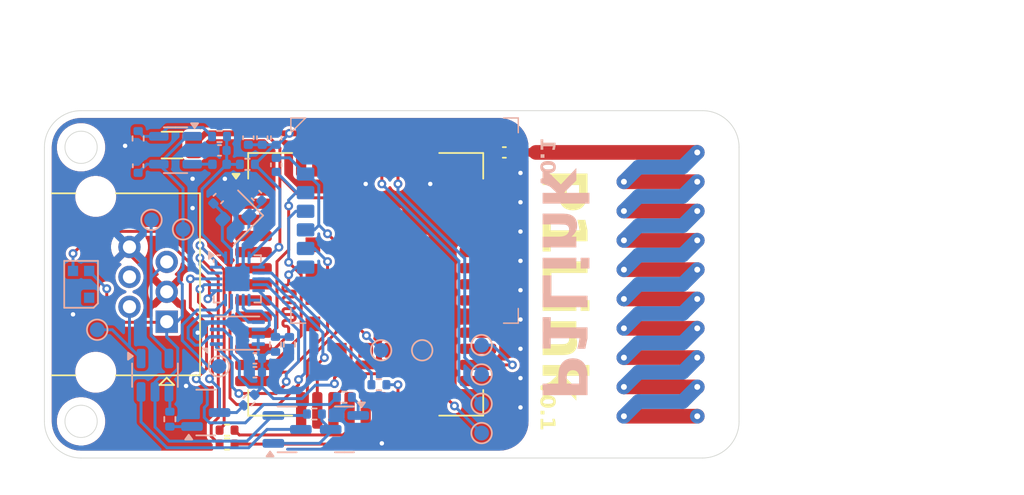
<source format=kicad_pcb>
(kicad_pcb (version 20241229) (generator "pcbnew") (generator_version "9.0")
  (title_block (title "P1Link") (date "2025-09-28") (rev "0.1") (comment 3 "github.com/samthedev32/P1Link") (comment 4 "Drawn By: SamTheDev"))
  (layers (0 "F.Cu" signal) (2 "B.Cu" signal) (13 "F.Paste" user) (15 "B.Paste" user) (5 "F.SilkS" user "F.Silkscreen") (7 "B.SilkS" user "B.Silkscreen") (1 "F.Mask" user) (3 "B.Mask" user) (25 "Edge.Cuts" user))
  (net 0 "")
  (net 1 "+3V3")
  (net 2 "GND")
  (net 3 "/SIM_VDD")
  (net 4 "/P1_REQ")
  (net 5 "/P1_DAT")
  (net 6 "/XI")
  (net 7 "Net-(U8-RXD)")
  (net 8 "+5V")
  (net 10 "/SIM_DATA")
  (net 11 "/SIM_CLK")
  (net 12 "/SIM_RST")
  (net 13 "/XO")
  (net 14 "Net-(U8-TXD)")
  (net 15 "Net-(U8-RI)")
  (net 16 "/SIM_RI")
  (net 17 "Net-(U8-RXD_DBG)")
  (net 18 "Net-(U8-TXD_DBG)")
  (net 19 "Net-(U8-VDD_EXT)")
  (net 20 "/P1_REQ_")
  (net 21 "/SIM_RX")
  (net 24 "/SIM_TX")
  (net 32 "/NOR_CS")
  (net 33 "/NOR_SCLK")
  (net 34 "/NOR_MISO")
  (net 35 "Net-(U6-PD1)")
  (net 36 "/NOR_MOSI")
  (net 46 "/SIM_GND")
  (net 62 "Net-(U1-FB)")
  (net 63 "Net-(J1-Pad5)")
  (net 64 "/P1_DAT_")
  (net 65 "/IsP")
  (net 66 "/LED")
  (net 68 "Net-(J1-Pad2)")
  (net 69 "Net-(Q1-B)")
  (net 70 "Net-(Q1-C)")
  (net 71 "Net-(U1-SW)")
  (net 72 "Net-(U8-NETLIGHT)")
  (net 73 "Net-(Q3-G)")
  (net 74 "/SIM_RESET")
  (net 75 "/SIM_BOOT")
  (net 76 "Net-(AE1-A)")
  (net 77 "Net-(U8-RF_ANT)")
  (net 78 "/Ts")
  (footprint "Resistor_SMD:R_0402_1005Metric" (layer "F.Cu") (at 46.95 56.3)
    (property "Reference" "R4" (hide yes))
    (property "Value" "1k" (hide yes))
  )
  (footprint "Capacitor_SMD:C_0402_1005Metric" (layer "F.Cu") (at 65.85 37.35)
    (property "Reference" "C7" (hide yes))
    (property "Value" "1p" (hide yes))
  )
  (footprint "Inductor_SMD:L_0402_1005Metric" (layer "F.Cu") (at 65.85 36.4)
    (property "Reference" "L2" (hide yes))
    (property "Value" "12n" (hide yes))
  )
  (footprint "RF_Antenna:Texas_SWRA416_868MHz_915MHz" (layer "F.Cu") (at 73.2 46.35 -90)
    (property "Reference" "AE1" (hide yes))
    (property "Value" "Antenna" (hide yes))
  )
  (footprint "Capacitor_SMD:C_1206_3216Metric" (layer "F.Cu") (at 43.2 36.85 180)
    (property "Reference" "C6" (hide yes))
    (property "Value" "100u" (hide yes))
  )
  (footprint "Resistor_SMD:R_0402_1005Metric" (layer "F.Cu") (at 46.95 57.25)
    (property "Reference" "R3" (hide yes))
    (property "Value" "1k" (hide yes))
  )
  (footprint "RF_GSM:Quectel_BC66" (layer "F.Cu") (at 56.4 46.35)
    (property "Reference" "U8" (hide yes))
    (property "Value" "BC66" (hide yes))
  )
  (footprint "Connector_RJ:RJ25_Wayconn_MJEA-660X1_Horizontal" (layer "F.Cu") (at 42.8375 48.9 -90)
    (property "Reference" "J1" (hide yes))
    (property "Value" "RJ12" (hide yes))
  )
  (footprint "Package_TO_SOT_SMD:SOT-23-5" (layer "B.Cu") (at 43.437 37.200499 180)
    (property "Reference" "U1" (hide yes))
    (property "Value" "ZD8028C" (hide yes))
  )
  (footprint "Resistor_SMD:R_0402_1005Metric" (layer "B.Cu") (at 52.904999 55.2 180)
    (property "Reference" "R7" (hide yes))
    (property "Value" "10k - 100k" (hide yes))
  )
  (footprint "Inductor_SMD:L_0402_1005Metric" (layer "B.Cu") (at 46.437001 38.163)
    (property "Reference" "L1" (hide yes))
    (property "Value" "4.7u" (hide yes))
  )
  (footprint "TestPoint:TestPoint_Pad_D1.0mm" (layer "B.Cu") (at 43.95 42.6 180)
    (property "Reference" "TP5" (hide yes))
    (property "Value" "5V" (hide yes))
  )
  (footprint "Package_SON:Winbond_USON-8-1EP_3x2mm_P0.5mm_EP0.2x1.6mm" (layer "B.Cu") (at 47.65 49.679318)
    (property "Reference" "U7" (hide yes))
    (property "Value" "ZD25WQ16C" (hide yes))
  )
  (footprint "LED_SMD:LED_WS2812B-2020_PLCC4_2.0x2.0mm" (layer "B.Cu") (at 37 46.35 90)
    (property "Reference" "D1" (hide yes))
    (property "Value" "WS2812B-2020" (hide yes))
  )
  (footprint "TestPoint:TestPoint_Pad_D1.0mm" (layer "B.Cu") (at 64.3 52.5 180)
    (property "Reference" "TP1" (hide yes))
    (property "Value" "RXD_DBG" (hide yes))
  )
  (footprint "Resistor_SMD:R_0402_1005Metric" (layer "B.Cu") (at 50.25 50.45 90)
    (property "Reference" "R11" (hide yes))
    (property "Value" "10k" (hide yes))
  )
  (footprint "Capacitor_SMD:C_0402_1005Metric" (layer "B.Cu") (at 50.3 38.2 90)
    (property "Reference" "C8" (hide yes))
    (property "Value" "100n" (hide yes))
  )
  (footprint "TestPoint:TestPoint_Pad_D1.0mm" (layer "B.Cu") (at 64.3 50.5 180)
    (property "Reference" "TP3" (hide yes))
    (property "Value" "VDD_EXT" (hide yes))
  )
  (footprint "Resistor_SMD:R_0402_1005Metric" (layer "B.Cu") (at 57.3 53.2)
    (property "Reference" "R5" (hide yes))
    (property "Value" "1k" (hide yes))
  )
  (footprint "TestPoint:TestPoint_Pad_D1.0mm" (layer "B.Cu") (at 41.8 41.95 180)
    (property "Reference" "TP7" (hide yes))
    (property "Value" "P1DAT" (hide yes))
  )
  (footprint "Crystal:Crystal_SMD_2016-4Pin_2.0x1.6mm" (layer "B.Cu") (at 47.556067 41.795435 -135)
    (property "Reference" "Y1" (hide yes))
    (property "Value" "24M" (hide yes))
  )
  (footprint "Capacitor_SMD:C_0402_1005Metric" (layer "B.Cu") (at 40.887001 38.263 90)
    (property "Reference" "C1" (hide yes))
    (property "Value" "10u" (hide yes))
  )
  (footprint "Capacitor_SMD:C_0402_1005Metric" (layer "B.Cu") (at 48.4 36.35 90)
    (property "Reference" "C5" (hide yes))
    (property "Value" "100p" (hide yes))
  )
  (footprint "Resistor_SMD:R_0402_1005Metric" (layer "B.Cu") (at 48.45 54.25 -135)
    (property "Reference" "R8" (hide yes))
    (property "Value" "4.7k - 10k" (hide yes))
  )
  (footprint "TestPoint:TestPoint_Pad_D1.0mm" (layer "B.Cu") (at 60.25 50.85 180)
    (property "Reference" "TP9" (hide yes))
    (property "Value" "GND" (hide yes))
  )
  (footprint "TestPoint:TestPoint_Pad_D1.0mm" (layer "B.Cu") (at 38.1 49.45 180)
    (property "Reference" "TP6" (hide yes))
    (property "Value" "P1REQ" (hide yes))
  )
  (footprint "Capacitor_SMD:C_0402_1005Metric" (layer "B.Cu") (at 48.85 51.4)
    (property "Reference" "C13" (hide yes))
    (property "Value" "0.1u" (hide yes))
  )
  (footprint "Capacitor_SMD:C_0402_1005Metric" (layer "B.Cu") (at 50.3 36.35 90)
    (property "Reference" "C3" (hide yes))
    (property "Value" "22p" (hide yes))
  )
  (footprint "Package_TO_SOT_SMD:SOT-23" (layer "B.Cu") (at 45.5 55.1)
    (property "Reference" "Q3" (hide yes))
    (property "Value" "Q_NMOS_GSD" (hide yes))
  )
  (footprint "Capacitor_SMD:C_0402_1005Metric" (layer "B.Cu") (at 46.356066 40.495434 45)
    (property "Reference" "C11" (hide yes))
    (property "Value" "8p" (hide yes))
  )
  (footprint "TestPoint:TestPoint_Pad_D1.0mm" (layer "B.Cu") (at 57.45 50.85 180)
    (property "Reference" "TP8" (hide yes))
    (property "Value" "3V3" (hide yes))
  )
  (footprint "Resistor_SMD:R_0402_1005Metric" (layer "B.Cu") (at 51.2 50.45 90)
    (property "Reference" "TH1" (hide yes))
    (property "Value" "10k" (hide yes))
  )
  (footprint "Resistor_SMD:R_0402_1005Metric" (layer "B.Cu") (at 46.437 36.262999)
    (property "Reference" "R1" (hide yes))
    (property "Value" "261k" (hide yes))
  )
  (footprint "misc:XUNPU_SMN-305" (layer "B.Cu") (at 59.05 42 -90)
    (property "Reference" "J2" (hide yes))
    (property "Value" "SIM_Card_Shielded" (hide yes))
  )
  (footprint "Package_TO_SOT_SMD:SOT-23" (layer "B.Cu") (at 51.042499 56.25)
    (property "Reference" "Q2" (hide yes))
    (property "Value" "Q_PMOS_GSD" (hide yes))
  )
  (footprint "Capacitor_SMD:C_0402_1005Metric" (layer "B.Cu") (at 48.85 52.349999)
    (property "Reference" "C14" (hide yes))
    (property "Value" "10u" (hide yes))
  )
  (footprint "Capacitor_SMD:C_0402_1005Metric" (layer "B.Cu") (at 48.956067 40.295435 135)
    (property "Reference" "C12" (hide yes))
    (property "Value" "8p" (hide yes))
  )
  (footprint "Capacitor_SMD:C_0402_1005Metric" (layer "B.Cu") (at 46.437 37.213 180)
    (property "Reference" "C2" (hide yes))
    (property "Value" "10u" (hide yes))
  )
  (footprint "TestPoint:TestPoint_Pad_D1.0mm" (layer "B.Cu") (at 46.4 51.95 180)
    (property "Reference" "TP4" (hide yes))
    (property "Value" "SWIO" (hide yes))
  )
  (footprint "Package_TO_SOT_SMD:SOT-23" (layer "B.Cu") (at 54.95 56.25 180)
    (property "Reference" "Q1" (hide yes))
    (property "Value" "Q_NPN_BEC" (hide yes))
  )
  (footprint "Package_TO_SOT_SMD:SOT-23-6" (layer "B.Cu") (at 42.0375 52.55 -90)
    (property "Reference" "U4" (hide yes))
    (property "Value" "USBLC6-2SC6" (hide yes))
  )
  (footprint "Capacitor_SMD:C_0402_1005Metric" (layer "B.Cu") (at 49.35 36.35 90)
    (property "Reference" "C4" (hide yes))
    (property "Value" "100p" (hide yes))
  )
  (footprint "TestPoint:TestPoint_Pad_D1.0mm" (layer "B.Cu") (at 64.3 54.5 180)
    (property "Reference" "TP2" (hide yes))
    (property "Value" "TXD_DBG" (hide yes))
  )
  (footprint "Resistor_SMD:R_0402_1005Metric" (layer "B.Cu") (at 43.05 55.55 90)
    (property "Reference" "R9" (hide yes))
    (property "Value" "100-1k" (hide yes))
  )
  (footprint "Resistor_SMD:R_0402_1005Metric" (layer "B.Cu") (at 54.95 54.05)
    (property "Reference" "R6" (hide yes))
    (property "Value" "1k - 10k" (hide yes))
  )
  (footprint "TestPoint:TestPoint_Pad_D1.0mm" (layer "B.Cu") (at 64.3 56.5 180)
    (property "Reference" "TP12" (hide yes))
    (property "Value" "NETLIGHT" (hide yes))
  )
  (footprint "Package_DFN_QFN:QFN-20-1EP_3x3mm_P0.4mm_EP1.65x1.65mm" (layer "B.Cu") (at 47.65 45.979318 -90)
    (property "Reference" "U6" (hide yes))
    (property "Value" "CH32V006F8U6" (hide yes))
  )
  (footprint "Resistor_SMD:R_0402_1005Metric" (layer "B.Cu") (at 40.887 36.400501 -90)
    (property "Reference" "R2" (hide yes))
    (property "Value" "59k" (hide yes))
  )
  (footprint "Resistor_SMD:R_0402_1005Metric" (layer "B.Cu") (at 48.337001 38.163)
    (property "Reference" "R10" (hide yes))
    (property "Value" "100m" (hide yes))
  )
  (gr_arc (start 37 58.2) (mid 35.232233 57.467767) (end 34.5 55.7) (stroke (width 0.05)) (layer "Edge.Cuts"))
  (gr_circle (center 37 37) (end 38.1 37) (stroke (width 0.05)) (fill no) (layer "Edge.Cuts"))
  (gr_line (start 79.35 58.2) (end 37 58.2) (stroke (width 0.05)) (layer "Edge.Cuts"))
  (gr_line (start 81.85 55.7) (end 81.85 37) (stroke (width 0.05)) (layer "Edge.Cuts"))
  (gr_circle (center 37 55.7) (end 38.1 55.7) (stroke (width 0.05)) (fill no) (layer "Edge.Cuts"))
  (gr_arc (start 81.85 55.7) (mid 81.117767 57.467767) (end 79.35 58.2) (stroke (width 0.05)) (layer "Edge.Cuts"))
  (gr_line (start 37 34.5) (end 79.35 34.5) (stroke (width 0.05)) (layer "Edge.Cuts"))
  (gr_arc (start 79.35 34.5) (mid 81.117767 35.232233) (end 81.85 37) (stroke (width 0.05)) (layer "Edge.Cuts"))
  (gr_arc (start 34.5 37) (mid 35.232233 35.232233) (end 37 34.5) (stroke (width 0.05)) (layer "Edge.Cuts"))
  (gr_line (start 34.5 37) (end 34.5 55.7) (stroke (width 0.05)) (layer "Edge.Cuts"))
  (gr_text "v0.1" (at 68.15 52.95 270) (layer "F.SilkS") (effects (font (size 1 1) (thickness 0.25) (bold yes)) (justify left bottom)))
  (gr_text "P1Link" (at 67.95 46.35 270) (layer "F.SilkS") (effects (font (size 3 3) (thickness 0.3) (bold yes)) (justify bottom)))
  (gr_text "v0.1" (at 68.15 39.75 270) (layer "B.SilkS") (effects (font (size 1 1) (thickness 0.25) (bold yes)) (justify left bottom mirror)))
  (gr_text "P1Link" (at 67.95 46.35 270) (layer "B.SilkS") (effects (font (size 3 3) (thickness 0.3) (bold yes)) (justify bottom mirror)))
  (segment (start 53.1 37.75) (end 53.1 36.5) (width 0.4) (layer "F.Cu") (net 1))
  (segment (start 50.55 39) (end 51.999 40.449) (width 0.2) (layer "F.Cu") (net 1))
  (segment (start 52.65 36.05) (end 51.195345 36.049999) (width 0.4) (layer "F.Cu") (net 1))
  (segment (start 55.4 48.8) (end 55.4 48.35) (width 0.2) (layer "F.Cu") (net 1))
  (segment (start 51.999 40.449) (end 54.801 40.449) (width 0.2) (layer "F.Cu") (net 1))
  (segment (start 55.4 51.6) (end 54.271114 52.728886) (width 0.2) (layer "F.Cu") (net 1))
  (segment (start 53.1 37.75) (end 54.2 37.75) (width 0.4) (layer "F.Cu") (net 1))
  (segment (start 50.55 43.751473) (end 50.55 39) (width 0.2) (layer "F.Cu") (net 1))
  (segment (start 45.475001 36.05) (end 49.55 36.05) (width 0.4) (layer "F.Cu") (net 1))
  (segment (start 56.45 49.85) (end 55.4 48.8) (width 0.2) (layer "F.Cu") (net 1))
  (segment (start 50.55 37.05) (end 49.55 36.05) (width 0.2) (layer "F.Cu") (net 1))
  (segment (start 54.801 40.449) (end 55.4 41.048) (width 0.2) (layer "F.Cu") (net 1))
  (segment (start 53.1 36.5) (end 52.65 36.05) (width 0.4) (layer "F.Cu") (net 1))
  (segment (start 50.55 39) (end 50.55 37.05) (width 0.2) (layer "F.Cu") (net 1))
  (segment (start 51.195345 36.049999) (end 49.35 36.05) (width 0.4) (layer "F.Cu") (net 1))
  (segment (start 55.4 48.35) (end 55.4 51.6) (width 0.2) (layer "F.Cu") (net 1))
  (segment (start 44.675001 36.85) (end 45.475001 36.05) (width 0.4) (layer "F.Cu") (net 1))
  (segment (start 55.4 41.048) (end 55.4 48.35) (width 0.2) (layer "F.Cu") (net 1))
  (segment (start 49.55 36.05) (end 49.35 36.05) (width 0.2) (layer "F.Cu") (net 1))
  (segment (start 50.48224 43.819233) (end 50.55 43.751473) (width 0.2) (layer "F.Cu") (net 1))
  (segment (start 54.271114 52.728886) (end 54.271114 53.131633) (width 0.2) (layer "F.Cu") (net 1))
  (via (at 50.48224 43.819233) (size 0.6) (drill 0.3) (layers "F.Cu" "B.Cu") (net 1))
  (via (at 54.271114 53.131633) (size 0.6) (drill 0.3) (layers "F.Cu" "B.Cu") (net 1))
  (via (at 51.195345 36.049999) (size 0.6) (drill 0.3) (layers "F.Cu" "B.Cu") (net 1))
  (via (at 56.45 49.85) (size 0.6) (drill 0.3) (layers "F.Cu" "B.Cu") (net 1))
  (segment (start 49.33 53.37) (end 48.810624 53.889376) (width 0.2) (layer "B.Cu") (net 1))
  (segment (start 52.05 54.15) (end 52.972234 53.227766) (width 0.2) (layer "B.Cu") (net 1))
  (segment (start 47.249 49.98752) (end 47.249 51.097585) (width 0.2) (layer "B.Cu") (net 1))
  (segment (start 47.789 52.706549) (end 48.452451 53.37) (width 0.2) (layer "B.Cu") (net 1))
  (segment (start 57.45 50.85) (end 56.45 49.85) (width 0.2) (layer "B.Cu") (net 1))
  (segment (start 49.122155 45.179318) (end 50.48224 43.819233) (width 0.2) (layer "B.Cu") (net 1))
  (segment (start 49.770001 50.959999) (end 49.33 51.4) (width 0.2) (layer "B.Cu") (net 1))
  (segment (start 52.972234 53.227766) (end 54.174981 53.227766) (width 0.2) (layer "B.Cu") (net 1))
  (segment (start 46.690798 49.429318) (end 47.249 49.98752) (width 0.2) (layer "B.Cu") (net 1))
  (segment (start 50.11 54.15) (end 52.05 54.15) (width 0.2) (layer "B.Cu") (net 1))
  (segment (start 49.075 51.145) (end 49.33 51.4) (width 0.2) (layer "B.Cu") (net 1))
  (segment (start 48.4 36.83) (end 50.3 36.83) (width 0.2) (layer "B.Cu") (net 1))
  (segment (start 49.33 52.349999) (end 49.33 53.37) (width 0.2) (layer "B.Cu") (net 1))
  (segment (start 50.549 39.865) (end 48.847 38.163) (width 0.2) (layer "B.Cu") (net 1))
  (segment (start 49.075 50.429318) (end 49.075 51.145) (width 0.2) (layer "B.Cu") (net 1))
  (segment (start 54.174981 53.227766) (end 54.271114 53.131633) (width 0.2) (layer "B.Cu") (net 1))
  (segment (start 50.549 42.432318) (end 50.549 39.865) (width 0.2) (layer "B.Cu") (net 1))
  (segment (start 50.415344 36.83) (end 51.195345 36.049999) (width 0.2) (layer "B.Cu") (net 1))
  (segment (start 50.25 50.959999) (end 49.770001 50.959999) (width 0.2) (layer "B.Cu") (net 1))
  (segment (start 48.847 38.163) (end 50.18 36.83) (width 0.2) (layer "B.Cu") (net 1))
  (segment (start 48.452451 53.37) (end 49.33 53.37) (width 0.2) (layer "B.Cu") (net 1))
  (segment (start 49.075 49.929318) (end 49.075 50.429318) (width 0.2) (layer "B.Cu") (net 1))
  (segment (start 49.33 51.4) (end 49.33 52.349999) (width 0.2) (layer "B.Cu") (net 1))
  (segment (start 47.789 51.637585) (end 47.789 52.706549) (width 0.2) (layer "B.Cu") (net 1))
  (segment (start 46.225 49.429318) (end 46.690798 49.429318) (width 0.2) (layer "B.Cu") (net 1))
  (segment (start 47.249 51.097585) (end 47.789 51.637585) (width 0.2) (layer "B.Cu") (net 1))
  (segment (start 48.452 44.529318) (end 50.549 42.432318) (width 0.2) (layer "B.Cu") (net 1))
  (segment (start 49.33 53.37) (end 50.11 54.15) (width 0.2) (layer "B.Cu") (net 1))
  (segment (start 42.8375 46.86) (end 40.2975 44.32) (width 0.2) (layer "F.Cu") (net 2))
  (via (at 60.8 39.5) (size 0.6) (drill 0.3) (layers "F.Cu" "B.Cu") (net 2))
  (via (at 40 36.9) (size 0.6) (drill 0.3) (layers "F.Cu" "B.Cu") (net 2))
  (via (at 46.8 39.15) (size 0.6) (drill 0.3) (layers "F.Cu" "B.Cu") (net 2))
  (via (at 44.9485 49.650708) (size 0.6) (drill 0.3) (layers "F.Cu" "B.Cu") (net 2))
  (via (at 66.95 46.75) (size 0.6) (drill 0.3) (layers "F.Cu" "B.Cu") (net 2))
  (via (at 66.95 52.75) (size 0.6) (drill 0.3) (layers "F.Cu" "B.Cu") (net 2))
  (via (at 36.45 48.4) (size 0.6) (drill 0.3) (layers "F.Cu" "B.Cu") (net 2))
  (via (at 66.95 38.75) (size 0.6) (drill 0.3) (layers "F.Cu" "B.Cu") (net 2))
  (via (at 56.4 39.5) (size 0.6) (drill 0.3) (layers "F.Cu" "B.Cu") (net 2))
  (via (at 57.5 57.2) (size 0.6) (drill 0.3) (layers "F.Cu" "B.Cu") (net 2))
  (via (at 66.95 48.75) (size 0.6) (drill 0.3) (layers "F.Cu" "B.Cu") (net 2))
  (via (at 66.95 44.75) (size 0.6) (drill 0.3) (layers "F.Cu" "B.Cu") (net 2))
  (via (at 44.6 39.15) (size 0.6) (drill 0.3) (layers "F.Cu" "B.Cu") (net 2))
  (via (at 66.95 54.75) (size 0.6) (drill 0.3) (layers "F.Cu" "B.Cu") (net 2))
  (via (at 44.156468 53.283739) (size 0.6) (drill 0.3) (layers "F.Cu" "B.Cu") (net 2))
  (via (at 66.95 42.75) (size 0.6) (drill 0.3) (layers "F.Cu" "B.Cu") (net 2))
  (via (at 66.95 40.75) (size 0.6) (drill 0.3) (layers "F.Cu" "B.Cu") (net 2))
  (via (at 44.6 41.15) (size 0.6) (drill 0.3) (layers "F.Cu" "B.Cu") (net 2))
  (via (at 66.95 50.75) (size 0.6) (drill 0.3) (layers "F.Cu" "B.Cu") (net 2))
  (segment (start 48.05 44.529318) (end 48.05 43.636369) (width 0.2) (layer "B.Cu") (net 2))
  (segment (start 47.65 50.68) (end 47.65 49.679318) (width 0.2) (layer "B.Cu") (net 2))
  (segment (start 50.05 52.109999) (end 50.05 53.112111) (width 0.2) (layer "B.Cu") (net 2))
  (segment (start 49.506024 39.956024) (end 48.616656 39.956024) (width 0.2) (layer "B.Cu") (net 2))
  (segment (start 48.37 51.4) (end 48.37 52.349999) (width 0.2) (layer "B.Cu") (net 2))
  (segment (start 50.552863 53.614974) (end 51.985026 53.614974) (width 0.2) (layer "B.Cu") (net 2))
  (segment (start 44.5625 54.15) (end 44.156468 53.743968) (width 0.2) (layer "B.Cu") (net 2))
  (segment (start 46.225 48.929318) (end 45.66989 48.929318) (width 0.2) (layer "B.Cu") (net 2))
  (segment (start 51.985026 53.614974) (end 53.118367 52.481633) (width 0.2) (layer "B.Cu") (net 2))
  (segment (start 46.695477 40.156023) (end 46.695477 39.254523) (width 0.2) (layer "B.Cu") (net 2))
  (segment (start 47.4953 42.634019) (end 47.4953 41.078385) (width 0.2) (layer "B.Cu") (net 2))
  (segment (start 46.9 48.929318) (end 47.65 49.679318) (width 0.2) (layer "B.Cu") (net 2))
  (segment (start 54.831972 52.481633) (end 57.5 55.149661) (width 0.2) (layer "B.Cu") (net 2))
  (segment (start 50.149 40.599) (end 49.506024 39.956024) (width 0.2) (layer "B.Cu") (net 2))
  (segment (start 48.05 43.636369) (end 50.149 41.537369) (width 0.2) (layer "B.Cu") (net 2))
  (segment (start 44.156468 53.743968) (end 44.156468 53.283739) (width 0.2) (layer "B.Cu") (net 2))
  (segment (start 55.8875 57.2) (end 57.5 57.2) (width 0.2) (layer "B.Cu") (net 2))
  (segment (start 50.149 41.537369) (end 50.149 40.599) (width 0.2) (layer "B.Cu") (net 2))
  (segment (start 46.225 48.929318) (end 46.9 48.929318) (width 0.2) (layer "B.Cu") (net 2))
  (segment (start 48.37 51.4) (end 47.65 50.68) (width 0.2) (layer "B.Cu") (net 2))
  (segment (start 57.5 55.149661) (end 57.5 57.2) (width 0.2) (layer "B.Cu") (net 2))
  (segment (start 45.66989 48.929318) (end 44.9485 49.650708) (width 0.2) (layer "B.Cu") (net 2))
  (segment (start 46.695477 39.254523) (end 46.8 39.15) (width 0.2) (layer "B.Cu") (net 2))
  (segment (start 45.957 37.213) (end 44.587001 37.213) (width 0.2) (layer "B.Cu") (net 2))
  (segment (start 47.662133 40.910547) (end 48.616656 39.956024) (width 0.2) (layer "B.Cu") (net 2))
  (segment (start 53.118367 52.481633) (end 54.831972 52.481633) (width 0.2) (layer "B.Cu") (net 2))
  (segment (start 50.05 53.112111) (end 50.552863 53.614974) (width 0.2) (layer "B.Cu") (net 2))
  (segment (start 51.2 50.959999) (end 50.05 52.109999) (width 0.2) (layer "B.Cu") (net 2))
  (segment (start 47.451006 40.911552) (end 46.695477 40.156023) (width 0.2) (layer "B.Cu") (net 2))
  (segment (start 54.4 43.5) (end 54.4 49.617685) (width 0.2) (layer "F.Cu") (net 3))
  (segment (start 53.8 42.9) (end 54.4 43.5) (width 0.2) (layer "F.Cu") (net 3))
  (segment (start 54.4 49.617685) (end 52.424937 51.592748) (width 0.2) (layer "F.Cu") (net 3))
  (segment (start 52.424937 54.525063) (end 52 54.95) (width 0.2) (layer "F.Cu") (net 3))
  (segment (start 52.424937 51.592748) (end 52.424937 54.525063) (width 0.2) (layer "F.Cu") (net 3))
  (via (at 53.8 42.9) (size 0.6) (drill 0.3) (layers "F.Cu" "B.Cu") (net 3))
  (segment (start 50.3 37.72) (end 51.195 37.72) (width 0.2) (layer "B.Cu") (net 3))
  (segment (start 52.899999 42.635) (end 53.201 42.333999) (width 0.2) (layer "B.Cu") (net 3))
  (segment (start 53.201 42.333999) (end 53.233999 42.333999) (width 0.2) (layer "B.Cu") (net 3))
  (segment (start 53.201 39.59566) (end 52.43034 38.825) (width 0.2) (layer "B.Cu") (net 3))
  (segment (start 53.233999 42.333999) (end 53.8 42.9) (width 0.2) (layer "B.Cu") (net 3))
  (segment (start 53.201 42.333999) (end 53.201 39.59566) (width 0.2) (layer "B.Cu") (net 3))
  (segment (start 51.195 37.72) (end 52.3 38.825) (width 0.2) (layer "B.Cu") (net 3))
  (segment (start 52.3 42.635) (end 52.899999 42.635) (width 0.2) (layer "B.Cu") (net 3))
  (segment (start 45.5495 52.1005) (end 44.85 52.8) (width 0.2) (layer "F.Cu") (net 4))
  (segment (start 45.5495 49.0495) (end 45.5495 52.1005) (width 0.2) (layer "F.Cu") (net 4))
  (segment (start 44.446723 47.946723) (end 45.5495 49.0495) (width 0.2) (layer "F.Cu") (net 4))
  (segment (start 44.446723 45.979318) (end 44.446723 47.946723) (width 0.2) (layer "F.Cu") (net 4))
  (via (at 44.85 52.8) (size 0.6) (drill 0.3) (layers "F.Cu" "B.Cu") (net 4))
  (via (at 44.446723 45.979318) (size 0.6) (drill 0.3) (layers "F.Cu" "B.Cu") (net 4))
  (segment (start 45.6 53.5) (end 44.9 52.8) (width 0.2) (layer "B.Cu") (net 4))
  (segment (start 45.399001 55.440968) (end 45.758033 55.8) (width 0.2) (layer "B.Cu") (net 4))
  (segment (start 48.2 55.8) (end 49.45 54.55) (width 0.2) (layer "B.Cu") (net 4))
  (segment (start 44.9 52.8) (end 44.85 52.8) (width 0.2) (layer "B.Cu") (net 4))
  (segment (start 46.2 45.979318) (end 44.446723 45.979318) (width 0.2) (layer "B.Cu") (net 4))
  (segment (start 45.399001 54.759032) (end 45.399001 55.440968) (width 0.2) (layer "B.Cu") (net 4))
  (segment (start 45.758033 55.8) (end 48.2 55.8) (width 0.2) (layer "B.Cu") (net 4))
  (segment (start 53.940001 54.55) (end 54.440001 54.05) (width 0.2) (layer "B.Cu") (net 4))
  (segment (start 45.6 54.558033) (end 45.6 53.5) (width 0.2) (layer "B.Cu") (net 4))
  (segment (start 49.45 54.55) (end 53.940001 54.55) (width 0.2) (layer "B.Cu") (net 4))
  (segment (start 45.6 54.558033) (end 45.399001 54.759032) (width 0.2) (layer "B.Cu") (net 4))
  (segment (start 45.096723 46.676362) (end 45 46.773085) (width 0.2) (layer "F.Cu") (net 5))
  (segment (start 45.95 52.6) (end 45.75 52.8) (width 0.2) (layer "F.Cu") (net 5))
  (segment (start 45 47.55) (end 45.95 48.5) (width 0.2) (layer "F.Cu") (net 5))
  (segment (start 45 46.773085) (end 45 47.55) (width 0.2) (layer "F.Cu") (net 5))
  (segment (start 45.95 48.5) (end 45.95 52.6) (width 0.2) (layer "F.Cu") (net 5))
  (via (at 45.096723 46.676362) (size 0.6) (drill 0.3) (layers "F.Cu" "B.Cu") (net 5))
  (via (at 45.75 52.8) (size 0.6) (drill 0.3) (layers "F.Cu" "B.Cu") (net 5))
  (segment (start 45.393767 46.379318) (end 45.096723 46.676362) (width 0.2) (layer "B.Cu") (net 5))
  (segment (start 46.437501 53.487501) (end 45.75 52.8) (width 0.2) (layer "B.Cu") (net 5))
  (segment (start 47.6 55.1) (end 48.089376 54.610624) (width 0.2) (layer "B.Cu") (net 5))
  (segment (start 46.437501 55.1) (end 46.437501 53.487501) (width 0.2) (layer "B.Cu") (net 5))
  (segment (start 46.4375 55.1) (end 47.6 55.1) (width 0.2) (layer "B.Cu") (net 5))
  (segment (start 46.2 46.379318) (end 45.393767 46.379318) (width 0.2) (layer "B.Cu") (net 5))
  (segment (start 47.25 43.979318) (end 46.626885 43.356203) (width 0.2) (layer "B.Cu") (net 6))
  (segment (start 46.672183 41.901501) (end 46.672183 41.490374) (width 0.2) (layer "B.Cu") (net 6))
  (segment (start 46.626885 43.356203) (end 46.626885 41.9468) (width 0.2) (layer "B.Cu") (net 6))
  (segment (start 46.672183 41.490374) (end 46.016655 40.834846) (width 0.2) (layer "B.Cu") (net 6))
  (segment (start 46.636885 41.527482) (end 46.682184 41.482183) (width 0.2) (layer "B.Cu") (net 6))
  (segment (start 47.25 44.529318) (end 47.25 43.979318) (width 0.2) (layer "B.Cu") (net 6))
  (segment (start 56.4 56.2) (end 56.4 54.95) (width 0.2) (layer "F.Cu") (net 7))
  (segment (start 47.459999 57.25) (end 55.35 57.25) (width 0.2) (layer "F.Cu") (net 7))
  (segment (start 55.35 57.25) (end 56.4 56.2) (width 0.2) (layer "F.Cu") (net 7))
  (segment (start 38.75 47.832981) (end 38.75 46.65) (width 0.2) (layer "F.Cu") (net 8))
  (segment (start 39.858019 48.941) (end 38.75 47.832981) (width 0.2) (layer "F.Cu") (net 8))
  (segment (start 42.7965 48.941) (end 39.858019 48.941) (width 0.2) (layer "F.Cu") (net 8))
  (via (at 38.75 46.65) (size 0.6) (drill 0.3) (layers "F.Cu" "B.Cu") (net 8))
  (segment (start 43.549391 48.9) (end 43.8985 48.550891) (width 0.2) (layer "B.Cu") (net 8))
  (segment (start 42.8375 48.9) (end 42.8375 49.958032) (width 0.2) (layer "B.Cu") (net 8))
  (segment (start 48.309846 57.05) (end 50.059846 55.3) (width 0.2) (layer "B.Cu") (net 8))
  (segment (start 42.0375 53.025001) (end 42.0375 53.6875) (width 0.2) (layer "B.Cu") (net 8))
  (segment (start 42.8375 49.958032) (end 43.5885 50.709032) (width 0.2) (layer "B.Cu") (net 8))
  (segment (start 43.5885 50.709032) (end 43.5885 52.115968) (width 0.2) (layer "B.Cu") (net 8))
  (segment (start 42.0375 53.6875) (end 42.0375 56.0875) (width 0.2) (layer "B.Cu") (net 8))
  (segment (start 43.5885 52.115968) (end 42.980468 52.724) (width 0.2) (layer "B.Cu") (net 8))
  (segment (start 42.338501 52.724) (end 42.0375 53.025001) (width 0.2) (layer "B.Cu") (net 8))
  (segment (start 43.656076 45.569432) (end 43.95 45.275508) (width 0.2) (layer "B.Cu") (net 8))
  (segment (start 43.95 39.800998) (end 42.2995 38.150498) (width 0.2) (layer "B.Cu") (net 8))
  (segment (start 43.8985 48.550891) (end 43.8985 46.350334) (width 0.2) (layer "B.Cu") (net 8))
  (segment (start 43.656076 46.10791) (end 43.656076 45.569432) (width 0.2) (layer "B.Cu") (net 8))
  (segment (start 41.4795 38.1505) (end 40.887 38.743) (width 0.2) (layer "B.Cu") (net 8))
  (segment (start 42.980468 52.724) (end 42.338501 52.724) (width 0.2) (layer "B.Cu") (net 8))
  (segment (start 37.55 45.45) (end 38.75 46.65) (width 0.2) (layer "B.Cu") (net 8))
  (segment (start 42.8375 48.9) (end 43.549391 48.9) (width 0.2) (layer "B.Cu") (net 8))
  (segment (start 43.95 45.275508) (end 43.95 42.6) (width 0.2) (layer "B.Cu") (net 8))
  (segment (start 43.8985 46.350334) (end 43.656076 46.10791) (width 0.2) (layer "B.Cu") (net 8))
  (segment (start 43 57.05) (end 48.309846 57.05) (width 0.2) (layer "B.Cu") (net 8))
  (segment (start 42.299501 38.150498) (end 41.4795 38.1505) (width 0.2) (layer "B.Cu") (net 8))
  (segment (start 43.95 42.6) (end 43.95 39.800998) (width 0.2) (layer "B.Cu") (net 8))
  (segment (start 42.0375 56.0875) (end 43 57.05) (width 0.2) (layer "B.Cu") (net 8))
  (segment (start 50.104999 55.3) (end 52.295 55.3) (width 0.2) (layer "B.Cu") (net 8))
  (segment (start 44.199498 36.250502) (end 42.299501 38.150498) (width 0.2) (layer "B.Cu") (net 8))
  (segment (start 50.99 46.41) (end 50.917155 46.41) (width 0.2) (layer "F.Cu") (net 10))
  (segment (start 50.757155 48.17) (end 50.757155 48.25) (width 0.2) (layer "F.Cu") (net 10))
  (segment (start 50.757155 46.57) (end 50.757155 46.65) (width 0.2) (layer "F.Cu") (net 10))
  (segment (start 51.59285 48.57) (end 51.59285 48.65) (width 0.2) (layer "F.Cu") (net 10))
  (segment (start 50.917155 48.01) (end 51.432842 48.01) (width 0.2) (layer "F.Cu") (net 10))
  (segment (start 51.15 49.8) (end 50.2 50.75) (width 0.2) (layer "F.Cu") (net 10))
  (segment (start 50.917155 47.21) (end 51.432842 47.21) (width 0.2) (layer "F.Cu") (net 10))
  (segment (start 50.917155 46.81) (end 51.432842 46.81) (width 0.2) (layer "F.Cu") (net 10))
  (segment (start 50.2 50.75) (end 48.75 50.75) (width 0.2) (layer "F.Cu") (net 10))
  (segment (start 50.917155 48.41) (end 51.43285 48.41) (width 0.2) (layer "F.Cu") (net 10))
  (segment (start 50.757149 48.97) (end 50.757149 49.05) (width 0.2) (layer "F.Cu") (net 10))
  (segment (start 50.917149 49.21) (end 50.99 49.21) (width 0.2) (layer "F.Cu") (net 10))
  (segment (start 51.15 49.37) (end 51.15 49.8) (width 0.2) (layer "F.Cu") (net 10))
  (segment (start 50.917149 48.81) (end 51.43285 48.81) (width 0.2) (layer "F.Cu") (net 10))
  (segment (start 50.757155 47.37) (end 50.757155 47.45) (width 0.2) (layer "F.Cu") (net 10))
  (segment (start 51.15 46.25) (end 51.15 45.7) (width 0.2) (layer "F.Cu") (net 10))
  (segment (start 51.592842 47.77) (end 51.592842 47.85) (width 0.2) (layer "F.Cu") (net 10))
  (segment (start 51.592842 46.97) (end 51.592842 47.05) (width 0.2) (layer "F.Cu") (net 10))
  (segment (start 50.917155 47.61) (end 51.432842 47.61) (width 0.2) (layer "F.Cu") (net 10))
  (via (at 51.15 45.7) (size 0.6) (drill 0.3) (layers "F.Cu" "B.Cu") (net 10))
  (arc (start 51.592842 47.85) (mid 51.545979 47.963137) (end 51.432842 48.01) (width 0.2) (layer "F.Cu") (net 10))
  (arc (start 50.917155 48.01) (mid 50.804018 48.056863) (end 50.757155 48.17) (width 0.2) (layer "F.Cu") (net 10))
  (arc (start 51.592842 47.05) (mid 51.545979 47.163137) (end 51.432842 47.21) (width 0.2) (layer "F.Cu") (net 10))
  (arc (start 50.757155 48.25) (mid 50.804018 48.363137) (end 50.917155 48.41) (width 0.2) (layer "F.Cu") (net 10))
  (arc (start 51.432842 46.81) (mid 51.545979 46.856863) (end 51.592842 46.97) (width 0.2) (layer "F.Cu") (net 10))
  (arc (start 50.757155 46.65) (mid 50.804018 46.763137) (end 50.917155 46.81) (width 0.2) (layer "F.Cu") (net 10))
  (arc (start 51.59285 48.65) (mid 51.545987 48.763137) (end 51.43285 48.81) (width 0.2) (layer "F.Cu") (net 10))
  (arc (start 50.917155 46.41) (mid 50.804018 46.456863) (end 50.757155 46.57) (width 0.2) (layer "F.Cu") (net 10))
  (arc (start 50.757155 47.45) (mid 50.804018 47.563137) (end 50.917155 47.61) (width 0.2) (layer "F.Cu") (net 10))
  (arc (start 50.917155 47.21) (mid 50.804018 47.256863) (end 50.757155 47.37) (width 0.2) (layer "F.Cu") (net 10))
  (arc (start 51.43285 48.41) (mid 51.545987 48.456863) (end 51.59285 48.57) (width 0.2) (layer "F.Cu") (net 10))
  (arc (start 50.917149 48.81) (mid 50.804012 48.856863) (end 50.757149 48.97) (width 0.2) (layer "F.Cu") (net 10))
  (arc (start 50.99 49.21) (mid 51.103137 49.256863) (end 51.15 49.37) (width 0.2) (layer "F.Cu") (net 10))
  (arc (start 51.432842 47.61) (mid 51.545979 47.656863) (end 51.592842 47.77) (width 0.2) (layer "F.Cu") (net 10))
  (arc (start 51.15 46.25) (mid 51.103137 46.363137) (end 50.99 46.41) (width 0.2) (layer "F.Cu") (net 10))
  (arc (start 50.757149 49.05) (mid 50.804012 49.163137) (end 50.917149 49.21) (width 0.2) (layer "F.Cu") (net 10))
  (segment (start 51.675 45.175) (end 51.15 45.7) (width 0.2) (layer "B.Cu") (net 10))
  (segment (start 52.3 45.175) (end 51.675 45.175) (width 0.2) (layer "B.Cu") (net 10))
  (segment (start 50.10746 52.95) (end 50.716501 52.340959) (width 0.2) (layer "F.Cu") (net 11))
  (segment (start 53.800002 49.649998) (end 53.800002 44.8) (width 0.2) (layer "F.Cu") (net 11))
  (segment (start 53.599 49.851) (end 53.601 49.851) (width 0.2) (layer "F.Cu") (net 11))
  (segment (start 53.601 49.851) (end 53.601 49.849) (width 0.2) (layer "F.Cu") (net 11))
  (segment (start 51.109041 52.340959) (end 53.599 49.851) (width 0.2) (layer "F.Cu") (net 11))
  (segment (start 53.601 49.849) (end 53.800002 49.649998) (width 0.2) (layer "F.Cu") (net 11))
  (segment (start 48.75 52.95) (end 50.10746 52.95) (width 0.2) (layer "F.Cu") (net 11))
  (segment (start 50.716501 52.340959) (end 51.109041 52.340959) (width 0.2) (layer "F.Cu") (net 11))
  (via (at 53.800002 44.8) (size 0.6) (drill 0.3) (layers "F.Cu" "B.Cu") (net 11))
  (segment (start 52.905002 43.905) (end 53.800002 44.8) (width 0.2) (layer "B.Cu") (net 11))
  (segment (start 52.3 43.905) (end 52.905002 43.905) (width 0.2) (layer "B.Cu") (net 11))
  (segment (start 52 49.85) (end 52 45.7) (width 0.2) (layer "F.Cu") (net 12))
  (segment (start 50 51.85) (end 52 49.85) (width 0.2) (layer "F.Cu") (net 12))
  (segment (start 52 45.7) (end 51.15 44.85) (width 0.2) (layer "F.Cu") (net 12))
  (segment (start 48.75 51.85) (end 50 51.85) (width 0.2) (layer "F.Cu") (net 12))
  (via (at 51.15 44.85) (size 0.6) (drill 0.3) (layers "F.Cu" "B.Cu") (net 12))
  (segment (start 51.15 41.85) (end 51.15 44.85) (width 0.2) (layer "B.Cu") (net 12))
  (segment (start 51.635 41.365) (end 51.15 41.85) (width 0.2) (layer "B.Cu") (net 12))
  (segment (start 52.3 41.365) (end 51.635 41.365) (width 0.2) (layer "B.Cu") (net 12))
  (segment (start 47.65 44.529318) (end 47.65 43.470681) (width 0.2) (layer "B.Cu") (net 13))
  (segment (start 48.439949 42.680733) (end 48.439949 41.689369) (width 0.2) (layer "B.Cu") (net 13))
  (segment (start 49.295477 40.833841) (end 48.439949 41.689369) (width 0.2) (layer "B.Cu") (net 13))
  (segment (start 47.65 43.470681) (end 48.439949 42.680733) (width 0.2) (layer "B.Cu") (net 13))
  (segment (start 47.459999 56.3) (end 47.788999 56.629) (width 0.2) (layer "F.Cu") (net 14))
  (segment (start 55.3 54.95) (end 55.3 56.2) (width 0.2) (layer "F.Cu") (net 14))
  (segment (start 47.788999 56.629) (end 54.871 56.629) (width 0.2) (layer "F.Cu") (net 14))
  (segment (start 55.3 56.2) (end 54.871 56.629) (width 0.2) (layer "F.Cu") (net 14))
  (segment (start 58.6 54.95) (end 58.6 53.2) (width 0.2) (layer "F.Cu") (net 15))
  (via (at 58.6 53.2) (size 0.6) (drill 0.3) (layers "F.Cu" "B.Cu") (net 15))
  (segment (start 58.6 53.2) (end 57.809999 53.2) (width 0.2) (layer "B.Cu") (net 15))
  (segment (start 56.790001 52.390001) (end 49.979318 45.579318) (width 0.2) (layer "B.Cu") (net 16))
  (segment (start 49.979318 45.579318) (end 49.1 45.579318) (width 0.2) (layer "B.Cu") (net 16))
  (segment (start 56.790001 53.2) (end 56.790001 52.390001) (width 0.2) (layer "B.Cu") (net 16))
  (segment (start 58.6 37.75) (end 58.6 39.5) (width 0.2) (layer "F.Cu") (net 17))
  (via (at 58.6 39.5) (size 0.6) (drill 0.3) (layers "F.Cu" "B.Cu") (net 17))
  (segment (start 58.6 39.5) (end 58.6 40.034314) (width 0.2) (layer "B.Cu") (net 17))
  (segment (start 63.15 44.584315) (end 63.15 51.35) (width 0.2) (layer "B.Cu") (net 17))
  (segment (start 58.6 40.034314) (end 63.15 44.584315) (width 0.2) (layer "B.Cu") (net 17))
  (segment (start 63.15 51.35) (end 64.3 52.5) (width 0.2) (layer "B.Cu") (net 17))
  (segment (start 57.5 37.75) (end 57.5 39.5) (width 0.2) (layer "F.Cu") (net 18))
  (via (at 57.5 39.5) (size 0.6) (drill 0.3) (layers "F.Cu" "B.Cu") (net 18))
  (segment (start 62.75 44.75) (end 62.75 52.95) (width 0.2) (layer "B.Cu") (net 18))
  (segment (start 62.75 52.95) (end 64.3 54.5) (width 0.2) (layer "B.Cu") (net 18))
  (segment (start 57.5 39.5) (end 62.75 44.75) (width 0.2) (layer "B.Cu") (net 18))
  (segment (start 64.05 51.85) (end 66.4 51.85) (width 0.2) (layer "F.Cu") (net 19))
  (via (at 66.4 51.85) (size 0.6) (drill 0.3) (layers "F.Cu" "B.Cu") (net 19))
  (segment (start 65.05 50.5) (end 64.3 50.5) (width 0.2) (layer "B.Cu") (net 19))
  (segment (start 66.4 51.85) (end 65.05 50.5) (width 0.2) (layer "B.Cu") (net 19))
  (segment (start 41.0875 55.7375) (end 42.85 57.5) (width 0.2) (layer "B.Cu") (net 20))
  (segment (start 41.0875 53.6875) (end 41.0875 55.7375) (width 0.2) (layer "B.Cu") (net 20))
  (segment (start 48.425531 57.5) (end 49.675531 56.25) (width 0.2) (layer "B.Cu") (net 20))
  (segment (start 49.675531 56.25) (end 51.98 56.25) (width 0.2) (layer "B.Cu") (net 20))
  (segment (start 42.85 57.5) (end 48.425531 57.5) (width 0.2) (layer "B.Cu") (net 20))
  (segment (start 45.869001 55.93066) (end 46.35 55.449661) (width 0.2) (layer "F.Cu") (net 21))
  (segment (start 46.35 45.8) (end 45.1 44.55) (width 0.2) (layer "F.Cu") (net 21))
  (segment (start 46.35 55.449661) (end 46.35 45.8) (width 0.2) (layer "F.Cu") (net 21))
  (segment (start 45.869001 56.729001) (end 45.869001 55.93066) (width 0.2) (layer "F.Cu") (net 21))
  (segment (start 46.39 57.25) (end 45.869001 56.729001) (width 0.2) (layer "F.Cu") (net 21))
  (via (at 45.1 44.55) (size 0.6) (drill 0.3) (layers "F.Cu" "B.Cu") (net 21))
  (segment (start 45.1 45) (end 45.1 44.55) (width 0.2) (layer "B.Cu") (net 21))
  (segment (start 45.679318 45.579318) (end 45.1 45) (width 0.2) (layer "B.Cu") (net 21))
  (segment (start 46.2 45.579318) (end 45.679318 45.579318) (width 0.2) (layer "B.Cu") (net 21))
  (segment (start 46.75 45.35) (end 45.1 43.7) (width 0.2) (layer "F.Cu") (net 24))
  (segment (start 46.390001 56.3) (end 46.75 55.940001) (width 0.2) (layer "F.Cu") (net 24))
  (segment (start 46.75 55.940001) (end 46.75 45.35) (width 0.2) (layer "F.Cu") (net 24))
  (via (at 45.1 43.7) (size 0.6) (drill 0.3) (layers "F.Cu" "B.Cu") (net 24))
  (segment (start 46.2 45.179318) (end 46.2 44.8) (width 0.2) (layer "B.Cu") (net 24))
  (segment (start 46.2 44.8) (end 45.1 43.7) (width 0.2) (layer "B.Cu") (net 24))
  (segment (start 50.98574 53.117007) (end 50.98574 52.990959) (width 0.2) (layer "F.Cu") (net 32))
  (segment (start 47.75 53.8) (end 50.302747 53.8) (width 0.2) (layer "F.Cu") (net 32))
  (segment (start 50.302747 53.8) (end 50.98574 53.117007) (width 0.2) (layer "F.Cu") (net 32))
  (via (at 47.75 53.8) (size 0.6) (drill 0.3) (layers "F.Cu" "B.Cu") (net 32))
  (via (at 50.98574 52.990959) (size 0.6) (drill 0.3) (layers "F.Cu" "B.Cu") (net 32))
  (segment (start 47.75 53.8) (end 47.3 53.35) (width 0.2) (layer "B.Cu") (net 32))
  (segment (start 47.3 53.35) (end 47.3 51.714271) (width 0.2) (layer "B.Cu") (net 32))
  (segment (start 49.1 46.779318) (end 51.821 49.500318) (width 0.2) (layer "B.Cu") (net 32))
  (segment (start 50.98574 52.46426) (end 50.98574 52.990959) (width 0.2) (layer "B.Cu") (net 32))
  (segment (start 51.821 49.500318) (end 51.821 51.629) (width 0.2) (layer "B.Cu") (net 32))
  (segment (start 47.3 51.714271) (end 46.225 50.63927) (width 0.2) (layer "B.Cu") (net 32))
  (segment (start 51.821 51.629) (end 50.98574 52.46426) (width 0.2) (layer "B.Cu") (net 32))
  (segment (start 46.225 50.63927) (end 46.225 50.429318) (width 0.2) (layer "B.Cu") (net 32))
  (segment (start 48.05 47.979318) (end 48.25 48.179318) (width 0.2) (layer "B.Cu") (net 33))
  (segment (start 49.290797 48.179318) (end 49.825999 48.71452) (width 0.2) (layer "B.Cu") (net 33))
  (segment (start 49.825999 49.144116) (end 49.540798 49.429317) (width 0.2) (layer "B.Cu") (net 33))
  (segment (start 48.05 47.429318) (end 48.05 47.979318) (width 0.2) (layer "B.Cu") (net 33))
  (segment (start 48.25 48.179318) (end 49.290797 48.179318) (width 0.2) (layer "B.Cu") (net 33))
  (segment (start 49.540798 49.429317) (end 49.075 49.429318) (width 0.2) (layer "B.Cu") (net 33))
  (segment (start 49.825999 48.71452) (end 49.825999 49.144116) (width 0.2) (layer "B.Cu") (net 33))
  (segment (start 44.2985 49.283677) (end 44.2985 50.017739) (width 0.2) (layer "B.Cu") (net 34))
  (segment (start 45.18852 50.5) (end 45.759202 49.929318) (width 0.2) (layer "B.Cu") (net 34))
  (segment (start 45.680996 48.503318) (end 45.078859 48.503318) (width 0.2) (layer "B.Cu") (net 34))
  (segment (start 47.25 47.429318) (end 47.25 47.979318) (width 0.2) (layer "B.Cu") (net 34))
  (segment (start 44.780761 50.5) (end 45.18852 50.5) (width 0.2) (layer "B.Cu") (net 34))
  (segment (start 46.726 48.503318) (end 46.019004 48.503318) (width 0.2) (layer "B.Cu") (net 34))
  (segment (start 44.2985 50.017739) (end 44.780761 50.5) (width 0.2) (layer "B.Cu") (net 34))
  (segment (start 45.759202 49.929318) (end 46.225 49.929318) (width 0.2) (layer "B.Cu") (net 34))
  (segment (start 46.015686 48.5) (end 45.684314 48.5) (width 0.2) (layer "B.Cu") (net 34))
  (segment (start 47.25 47.979318) (end 46.726 48.503318) (width 0.2) (layer "B.Cu") (net 34))
  (segment (start 45.078859 48.503318) (end 44.2985 49.283677) (width 0.2) (layer "B.Cu") (net 34))
  (segment (start 45.684314 48.5) (end 45.680996 48.503318) (width 0.2) (layer "B.Cu") (net 34))
  (segment (start 46.019004 48.503318) (end 46.015686 48.5) (width 0.2) (layer "B.Cu") (net 34))
  (segment (start 43.8985 50.183425) (end 45.665075 51.95) (width 0.2) (layer "B.Cu") (net 35))
  (segment (start 43.8985 49.116576) (end 43.8985 50.183425) (width 0.2) (layer "B.Cu") (net 35))
  (segment (start 44.915076 48.1) (end 43.8985 49.116576) (width 0.2) (layer "B.Cu") (net 35))
  (segment (start 46.848 47.431318) (end 46.179318 48.1) (width 0.2) (layer "B.Cu") (net 35))
  (segment (start 46.848 47.429318) (end 46.848 47.431318) (width 0.2) (layer "B.Cu") (net 35))
  (segment (start 46.179318 48.1) (end 44.915076 48.1) (width 0.2) (layer "B.Cu") (net 35))
  (segment (start 45.665075 51.95) (end 46.4 51.95) (width 0.2) (layer "B.Cu") (net 35))
  (segment (start 47.65 47.429318) (end 47.65 48.177318) (width 0.2) (layer "B.Cu") (net 36))
  (segment (start 47.65 48.177318) (end 48.402 48.929318) (width 0.2) (layer "B.Cu") (net 36))
  (segment (start 48.402 48.929318) (end 49.075 48.929318) (width 0.2) (layer "B.Cu") (net 36))
  (segment (start 50.000001 49.65) (end 50.35 49.300001) (width 0.2) (layer "F.Cu") (net 46))
  (segment (start 51.15 44) (end 51.15 41) (width 0.2) (layer "F.Cu") (net 46))
  (segment (start 50.35 44.8) (end 51.15 44) (width 0.2) (layer "F.Cu") (net 46))
  (segment (start 48.750001 49.65) (end 50.000001 49.65) (width 0.2) (layer "F.Cu") (net 46))
  (segment (start 50.35 49.300001) (end 50.35 44.8) (width 0.2) (layer "F.Cu") (net 46))
  (via (at 51.15 41) (size 0.6) (drill 0.3) (layers "F.Cu" "B.Cu") (net 46))
  (segment (start 51.655 40.095) (end 51.15 40.6) (width 0.2) (layer "B.Cu") (net 46))
  (segment (start 51.15 40.6) (end 51.15 41) (width 0.2) (layer "B.Cu") (net 46))
  (segment (start 52.3 40.095) (end 51.655 40.095) (width 0.2) (layer "B.Cu") (net 46))
  (segment (start 50.3 38.68) (end 51.715 40.095) (width 0.2) (layer "B.Cu") (net 46))
  (segment (start 51.715 40.095) (end 52.3 40.095) (width 0.2) (layer "B.Cu") (net 46))
  (segment (start 42.9005 35.6495) (end 42.2995 36.2505) (width 0.2) (layer "B.Cu") (net 62))
  (segment (start 41.246998 36.2505) (end 40.887 35.890502) (width 0.2) (layer "B.Cu") (net 62))
  (segment (start 45.927001 36.262999) (end 45.313502 35.6495) (width 0.2) (layer "B.Cu") (net 62))
  (segment (start 42.2995 36.2505) (end 41.246998 36.2505) (width 0.2) (layer "B.Cu") (net 62))
  (segment (start 45.313502 35.6495) (end 42.9005 35.6495) (width 0.2) (layer "B.Cu") (net 62))
  (segment (start 43.037499 50.837499) (end 43.037499 51.3125) (width 0.2) (layer "B.Cu") (net 63))
  (segment (start 42.8375 44.82) (end 41.7765 45.881) (width 0.2) (layer "B.Cu") (net 63))
  (segment (start 41.7765 45.881) (end 41.7765 49.847032) (width 0.2) (layer "B.Cu") (net 63))
  (segment (start 41.7765 41.9765) (end 41.7765 45.881) (width 0.2) (layer "B.Cu") (net 63))
  (segment (start 41.7765 49.847032) (end 42.987499 51.058031) (width 0.2) (layer "B.Cu") (net 63))
  (segment (start 43.05 55.040001) (end 43.05 53.75) (width 0.2) (layer "B.Cu") (net 64))
  (segment (start 46.922 38.162999) (end 46.922 36.288001) (width 0.2) (layer "B.Cu") (net 65))
  (segment (start 45.238443 42.917761) (end 45.238443 39.846558) (width 0.2) (layer "B.Cu") (net 65))
  (segment (start 45.238443 39.846558) (end 46.922001 38.163) (width 0.2) (layer "B.Cu") (net 65))
  (segment (start 46.85 44.529318) (end 45.238443 42.917761) (width 0.2) (layer "B.Cu") (net 65))
  (segment (start 46.922 38.162999) (end 47.827 38.163) (width 0.2) (layer "B.Cu") (net 65))
  (segment (start 36.45 44.25) (end 37.961 42.739) (width 0.2) (layer "F.Cu") (net 66))
  (segment (start 37.961 42.739) (end 42.256981 42.739) (width 0.2) (layer "F.Cu") (net 66))
  (segment (start 45.746723 47.232595) (end 45.639659 47.339659) (width 0.2) (layer "F.Cu") (net 66))
  (segment (start 45.746723 46.228742) (end 45.746723 47.232595) (width 0.2) (layer "F.Cu") (net 66))
  (segment (start 42.256981 42.739) (end 45.746723 46.228742) (width 0.2) (layer "F.Cu") (net 66))
  (via (at 45.639659 47.339659) (size 0.6) (drill 0.3) (layers "F.Cu" "B.Cu") (net 66))
  (via (at 36.45 44.25) (size 0.6) (drill 0.3) (layers "F.Cu" "B.Cu") (net 66))
  (segment (start 46.2 46.779318) (end 45.639659 47.339659) (width 0.2) (layer "B.Cu") (net 66))
  (segment (start 36.45 45.435) (end 36.45 44.25) (width 0.2) (layer "B.Cu") (net 66))
  (segment (start 39.125001 49.45) (end 40.2975 50.622499) (width 0.2) (layer "B.Cu") (net 68))
  (segment (start 38.1 49.45) (end 39.125001 49.45) (width 0.2) (layer "B.Cu") (net 68))
  (segment (start 40.2975 50.622499) (end 41.087501 51.4125) (width 0.2) (layer "B.Cu") (net 68))
  (segment (start 40.2975 47.88) (end 40.2975 50.622499) (width 0.2) (layer "B.Cu") (net 68))
  (segment (start 55.8875 54.477501) (end 55.459999 54.05) (width 0.2) (layer "B.Cu") (net 69))
  (segment (start 55.8875 55.3) (end 55.8875 54.477501) (width 0.2) (layer "B.Cu") (net 69))
  (segment (start 50.104999 57.2) (end 53.25 57.2) (width 0.2) (layer "B.Cu") (net 70))
  (segment (start 53.414998 55.652499) (end 54.012499 56.25) (width 0.2) (layer "B.Cu") (net 70))
  (segment (start 53.25 57.2) (end 54.012499 56.437501) (width 0.2) (layer "B.Cu") (net 70))
  (segment (start 53.414998 55.2) (end 53.414998 55.652499) (width 0.2) (layer "B.Cu") (net 70))
  (segment (start 44.5745 38.1505) (end 45.939499 38.1505) (width 0.2) (layer "B.Cu") (net 71))
  (segment (start 55.45 52.45) (end 60.25 52.45) (width 0.2) (layer "F.Cu") (net 72))
  (segment (start 54.2 54.95) (end 54.583586 54.566414) (width 0.2) (layer "F.Cu") (net 72))
  (segment (start 54.583586 54.566414) (end 54.583586 53.7384) (width 0.2) (layer "F.Cu") (net 72))
  (segment (start 54.961818 52.938182) (end 55.45 52.45) (width 0.2) (layer "F.Cu") (net 72))
  (segment (start 60.25 52.45) (end 62.45 54.65) (width 0.2) (layer "F.Cu") (net 72))
  (segment (start 54.961818 53.360168) (end 54.961818 52.938182) (width 0.2) (layer "F.Cu") (net 72))
  (segment (start 54.583586 53.7384) (end 54.961818 53.360168) (width 0.2) (layer "F.Cu") (net 72))
  (via (at 62.45 54.65) (size 0.6) (drill 0.3) (layers "F.Cu" "B.Cu") (net 72))
  (segment (start 62.45 54.65) (end 64.3 56.5) (width 0.2) (layer "B.Cu") (net 72))
  (segment (start 43.05 56.059999) (end 44.552501 56.059999) (width 0.2) (layer "B.Cu") (net 73))
  (segment (start 53.1 54.95) (end 53.1 51.836924) (width 0.2) (layer "F.Cu") (net 74))
  (segment (start 53.1 51.836924) (end 53.584529 51.352395) (width 0.2) (layer "F.Cu") (net 74))
  (via (at 53.584529 51.352395) (size 0.6) (drill 0.3) (layers "F.Cu" "B.Cu") (net 74))
  (segment (start 53.482134 51.25) (end 53.584529 51.352395) (width 0.2) (layer "B.Cu") (net 74))
  (segment (start 49.1 45.979318) (end 49.813632 45.979318) (width 0.2) (layer "B.Cu") (net 74))
  (segment (start 53.482134 49.64782) (end 53.482134 51.25) (width 0.2) (layer "B.Cu") (net 74))
  (segment (start 49.813632 45.979318) (end 53.482134 49.64782) (width 0.2) (layer "B.Cu") (net 74))
  (segment (start 50.468019 54.55) (end 51.823973 53.194046) (width 0.2) (layer "F.Cu") (net 75))
  (segment (start 47.5 46.35) (end 47.15 46.7) (width 0.2) (layer "F.Cu") (net 75))
  (segment (start 48.75 46.35) (end 47.5 46.35) (width 0.2) (layer "F.Cu") (net 75))
  (segment (start 51.823973 53.194046) (end 51.823973 52.85) (width 0.2) (layer "F.Cu") (net 75))
  (segment (start 47.15 54.1) (end 47.6 54.55) (width 0.2) (layer "F.Cu") (net 75))
  (segment (start 47.6 54.55) (end 50.468019 54.55) (width 0.2) (layer "F.Cu") (net 75))
  (segment (start 47.15 46.7) (end 47.15 54.1) (width 0.2) (layer "F.Cu") (net 75))
  (via (at 51.823973 52.85) (size 0.6) (drill 0.3) (layers "F.Cu" "B.Cu") (net 75))
  (segment (start 52.25 52.423973) (end 51.823973 52.85) (width 0.2) (layer "B.Cu") (net 75))
  (segment (start 49.1 46.379318) (end 49.647946 46.379318) (width 0.2) (layer "B.Cu") (net 75))
  (segment (start 52.25 48.981372) (end 52.25 52.423973) (width 0.2) (layer "B.Cu") (net 75))
  (segment (start 49.647946 46.379318) (end 52.25 48.981372) (width 0.2) (layer "B.Cu") (net 75))
  (segment (start 66.33 37.35) (end 67.199 37.35) (width 0.2) (layer "F.Cu") (net 76))
  (segment (start 66.33 37.35) (end 66.33 36.405) (width 0.2) (layer "F.Cu") (net 76))
  (segment (start 64.05 39.75) (end 64.05 38.67) (width 0.2) (layer "F.Cu") (net 77))
  (segment (start 64.05 38.67) (end 65.37 37.35) (width 0.2) (layer "F.Cu") (net 77))
  (segment (start 49.107897 47.429318) (end 48.45 47.429318) (width 0.2) (layer "B.Cu") (net 78))
  (segment (start 50.25 49.940001) (end 50.25 48.571421) (width 0.2) (layer "B.Cu") (net 78))
  (segment (start 50.25 48.571421) (end 49.107897 47.429318) (width 0.2) (layer "B.Cu") (net 78))
  (segment (start 51.2 49.940001) (end 50.25 49.940001) (width 0.2) (layer "B.Cu") (net 78))
  (zone (net 2) (net_name "GND") (layers "F.Cu" "B.Cu") (connect_pads thru_hole_only (clearance 0)) (min_thickness 0.2) (fill yes (thermal_gap 0.5) (thermal_bridge_width 0.5) (smoothing fillet) (radius 2))
    (polygon (pts (xy 35 35) (xy 67.5 35) (xy 67.5 57.7) (xy 35 57.7)))
  )
)
</source>
